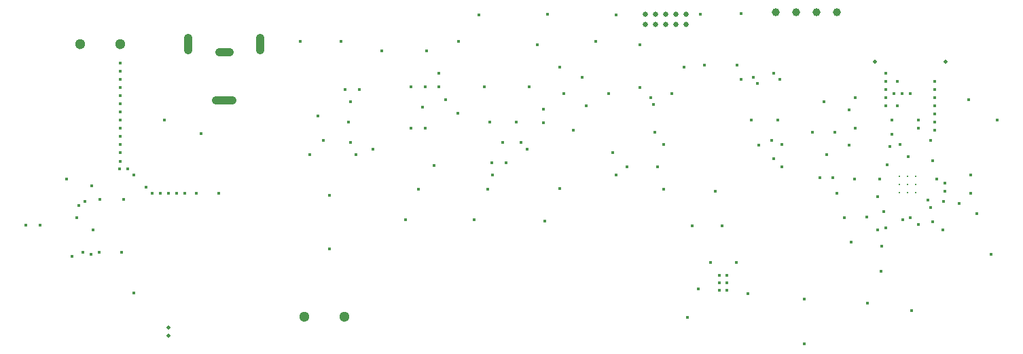
<source format=gbr>
%TF.GenerationSoftware,KiCad,Pcbnew,5.0.2-5.0.2*%
%TF.CreationDate,2019-03-08T22:42:46+01:00*%
%TF.ProjectId,motherboard,6d6f7468-6572-4626-9f61-72642e6b6963,rev?*%
%TF.SameCoordinates,Original*%
%TF.FileFunction,Plated,1,4,PTH,Mixed*%
%TF.FilePolarity,Positive*%
%FSLAX46Y46*%
G04 Gerber Fmt 4.6, Leading zero omitted, Abs format (unit mm)*
G04 Created by KiCad (PCBNEW 5.0.2-5.0.2) date Fri 08 Mar 2019 10:42:46 PM CET*
%MOMM*%
%LPD*%
G01*
G04 APERTURE LIST*
%TA.AperFunction,ComponentDrill*%
%ADD10C,0.200000*%
%TD*%
%TA.AperFunction,ViaDrill*%
%ADD11C,0.400000*%
%TD*%
%TA.AperFunction,ComponentDrill*%
%ADD12C,0.460000*%
%TD*%
%TA.AperFunction,ComponentDrill*%
%ADD13C,0.500000*%
%TD*%
%TA.AperFunction,ComponentDrill*%
%ADD14C,0.650000*%
%TD*%
%TA.AperFunction,Slot*%
%ADD15C,1.000000*%
%TD*%
%TA.AperFunction,ComponentDrill*%
%ADD16C,1.000000*%
%TD*%
%TA.AperFunction,ComponentDrill*%
%ADD17C,1.300000*%
%TD*%
G04 APERTURE END LIST*
D10*
%TO.C,U4*%
X174180000Y-101544000D03*
X174180000Y-102544000D03*
X174180000Y-103544000D03*
X175180000Y-101544000D03*
X175180000Y-102544000D03*
X175180000Y-103544000D03*
X176180000Y-101544000D03*
X176180000Y-102544000D03*
X176180000Y-103544000D03*
%TD*%
D11*
X65278000Y-107583024D03*
X67055982Y-107583000D03*
X70358000Y-101854000D03*
X70996044Y-111506000D03*
X71628002Y-106680000D03*
X71882000Y-105156000D03*
X72390000Y-110998000D03*
X72644000Y-104648000D03*
X73406000Y-111252000D03*
X73502957Y-102711210D03*
X73660000Y-108204000D03*
X74422000Y-110998000D03*
X74458500Y-104394000D03*
X76962000Y-100584000D03*
X77000000Y-87376000D03*
X77000000Y-88392000D03*
X77000000Y-89408000D03*
X77000000Y-90424000D03*
X77000000Y-91440000D03*
X77000000Y-92456000D03*
X77000000Y-93472000D03*
X77000000Y-94488000D03*
X77000000Y-95504000D03*
X77000000Y-96520000D03*
X77000000Y-97536000D03*
X77000000Y-98552000D03*
X77000000Y-99606000D03*
X77216000Y-110991610D03*
X77433500Y-104394016D03*
X77978000Y-100584000D03*
X78740000Y-101346000D03*
X78740000Y-116078000D03*
X80264000Y-102870000D03*
X81026000Y-103632000D03*
X82042000Y-103632000D03*
X82550000Y-94482026D03*
X83058000Y-103632000D03*
X84074000Y-103632000D03*
X85090000Y-103632000D03*
X86484022Y-103632000D03*
X87122000Y-96153000D03*
X89283980Y-103632000D03*
X99460000Y-84655018D03*
X100656146Y-98785072D03*
X101681162Y-93959072D03*
X102302178Y-97007072D03*
X103124000Y-103835200D03*
X103124000Y-110540812D03*
X104540000Y-84654962D03*
X105043000Y-90678000D03*
X105491162Y-94721072D03*
X105745162Y-92181072D03*
X105745162Y-97261072D03*
X106366148Y-98785058D03*
X106793000Y-90678022D03*
X108539162Y-98136071D03*
X109601000Y-85852000D03*
X112587500Y-106934000D03*
X113284000Y-90297000D03*
X113298000Y-95504000D03*
X114170000Y-103124000D03*
X114689500Y-92837000D03*
X115062000Y-90297000D03*
X115062000Y-95504000D03*
X115189000Y-85852000D03*
X116124500Y-100122500D03*
X116713000Y-88646000D03*
X116713000Y-90297000D03*
X117602000Y-91898500D03*
X119126000Y-93599000D03*
X119190000Y-84655020D03*
X121158000Y-106934000D03*
X121730000Y-81344998D03*
X122428000Y-90297000D03*
X122806000Y-103124000D03*
X123077000Y-94742000D03*
X123331000Y-99822000D03*
X123444000Y-101346000D03*
X124714000Y-97282000D03*
X125081000Y-99822000D03*
X126379000Y-94742000D03*
X127000000Y-97282000D03*
X127762000Y-98157000D03*
X128016000Y-90297000D03*
X129032000Y-85090000D03*
X129794000Y-93105000D03*
X129794000Y-94855000D03*
X129963084Y-107077902D03*
X130302000Y-81280000D03*
X131799604Y-103013902D03*
X131826000Y-87884000D03*
X132328000Y-91185972D03*
X133490980Y-95758000D03*
X134620000Y-89154000D03*
X135128000Y-92710000D03*
X136270000Y-84655000D03*
X137928022Y-91186000D03*
X138430000Y-98552000D03*
X138797000Y-101345962D03*
X138810000Y-81345028D03*
X140208000Y-100330000D03*
X141758957Y-85081228D03*
X141758963Y-90387238D03*
X143191096Y-91644391D03*
X143454107Y-92506789D03*
X143622974Y-96012000D03*
X144018000Y-100330000D03*
X144780000Y-97536000D03*
X144780000Y-103123990D03*
X145796000Y-91186000D03*
X147320000Y-87884000D03*
X147763497Y-119092064D03*
X148336000Y-107696000D03*
X149098000Y-115570000D03*
X149352000Y-81280000D03*
X149860000Y-87630000D03*
X150622000Y-112268000D03*
X151220064Y-103378002D03*
X151737311Y-113859664D03*
X151737311Y-114824864D03*
X151737311Y-115739264D03*
X152048566Y-107647489D03*
X152600911Y-113859664D03*
X152651711Y-114824864D03*
X152651711Y-115739264D03*
X153831511Y-112234080D03*
X153924000Y-87630000D03*
X154432000Y-81148972D03*
X154432000Y-89408000D03*
X155242529Y-116185064D03*
X155702000Y-94488000D03*
X155956000Y-89154000D03*
X156467503Y-89896474D03*
X156636534Y-97631210D03*
X158242000Y-97028000D03*
X158496000Y-88646000D03*
X158496000Y-99314000D03*
X159004000Y-94488000D03*
X159258000Y-89408000D03*
X159512000Y-97536000D03*
X159512000Y-100330000D03*
X162305994Y-122434000D03*
X162306000Y-116833970D03*
X163322000Y-96012000D03*
X164243019Y-101713000D03*
X164733000Y-92202000D03*
X165100000Y-98806000D03*
X165862000Y-101713000D03*
X166116000Y-96012000D03*
X166370000Y-103632000D03*
X167273015Y-106680015D03*
X167894000Y-93218000D03*
X167894000Y-97631210D03*
X168148000Y-109727992D03*
X168567155Y-101854000D03*
X168656000Y-91694000D03*
X168656000Y-95504000D03*
X170101097Y-106601097D03*
X170180000Y-117348000D03*
X171450000Y-108204000D03*
X171471077Y-104032021D03*
X171697643Y-101824856D03*
X171889561Y-113334646D03*
X171958000Y-110236000D03*
X172212000Y-105918000D03*
X172466000Y-88646000D03*
X172466000Y-89662000D03*
X172466000Y-90678000D03*
X172466000Y-91694000D03*
X172466000Y-92710000D03*
X172466000Y-107950014D03*
X172612021Y-100060256D03*
X172974000Y-97790000D03*
X173228000Y-94488000D03*
X173228000Y-96266000D03*
X173482000Y-91186000D03*
X173876974Y-89662000D03*
X173876998Y-92710000D03*
X174244000Y-97536000D03*
X174498000Y-91186000D03*
X174589093Y-106907234D03*
X175260000Y-99060000D03*
X175514000Y-91186000D03*
X175514006Y-106679994D03*
X175699573Y-118264668D03*
X176530000Y-94488000D03*
X176530000Y-95504000D03*
X176532094Y-107555616D03*
X177655000Y-104435602D03*
X178054000Y-97028000D03*
X178054000Y-105410000D03*
X178308000Y-99568000D03*
X178308000Y-107188000D03*
X178562000Y-89662000D03*
X178562000Y-90678000D03*
X178562000Y-91694000D03*
X178562000Y-92710000D03*
X178562000Y-93726000D03*
X178562000Y-94742000D03*
X178562000Y-95758000D03*
X178816000Y-101853956D03*
X179578000Y-108204000D03*
X179623534Y-104602466D03*
X179832000Y-102362000D03*
X179832000Y-103345255D03*
X181610000Y-104902000D03*
X182748998Y-91948000D03*
X182992970Y-101346000D03*
X182993000Y-103632000D03*
X183783024Y-106172000D03*
X185533000Y-111252012D03*
X186313000Y-94488000D03*
D12*
%TO.C,J4*%
X171120000Y-87220000D03*
X179880000Y-87220000D03*
D13*
%TO.C,TH1*%
X83058000Y-120396000D03*
X83058000Y-121396000D03*
D14*
%TO.C,J7*%
X142494000Y-81230000D03*
X142494000Y-82500000D03*
X143764000Y-81230000D03*
X143764000Y-82500000D03*
X145034000Y-81230000D03*
X145034000Y-82500000D03*
X146304000Y-81230000D03*
X146304000Y-82500000D03*
X147574000Y-81230000D03*
X147574000Y-82500000D03*
D15*
%TO.C,J2*%
X85500000Y-84250000D02*
X85500000Y-85750000D01*
X89350000Y-86000000D02*
X90650000Y-86000000D01*
X89000000Y-92000000D02*
X91000000Y-92000000D01*
X94500000Y-84250000D02*
X94500000Y-85750000D01*
D16*
%TO.C,J3*%
X158750000Y-81026000D03*
X161290000Y-81026000D03*
X163830000Y-81026000D03*
X166370000Y-81026000D03*
D17*
%TO.C,J5*%
X100000000Y-119000000D03*
X105000000Y-119000000D03*
%TO.C,J1*%
X72000000Y-85000000D03*
X77000000Y-85000000D03*
M02*

</source>
